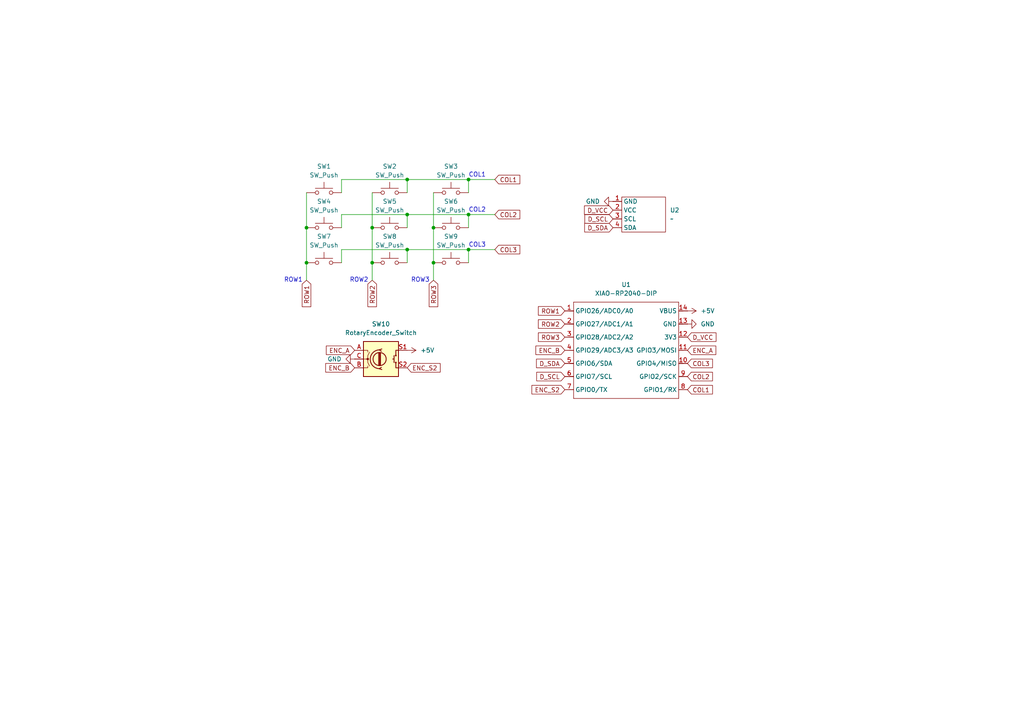
<source format=kicad_sch>
(kicad_sch
	(version 20250114)
	(generator "eeschema")
	(generator_version "9.0")
	(uuid "bfebbe60-53c0-4145-9afd-0869cfe6de90")
	(paper "A4")
	(lib_symbols
		(symbol "Device:RotaryEncoder_Switch"
			(pin_names
				(offset 0.254)
				(hide yes)
			)
			(exclude_from_sim no)
			(in_bom yes)
			(on_board yes)
			(property "Reference" "SW"
				(at 0 6.604 0)
				(effects
					(font
						(size 1.27 1.27)
					)
				)
			)
			(property "Value" "RotaryEncoder_Switch"
				(at 0 -6.604 0)
				(effects
					(font
						(size 1.27 1.27)
					)
				)
			)
			(property "Footprint" ""
				(at -3.81 4.064 0)
				(effects
					(font
						(size 1.27 1.27)
					)
					(hide yes)
				)
			)
			(property "Datasheet" "~"
				(at 0 6.604 0)
				(effects
					(font
						(size 1.27 1.27)
					)
					(hide yes)
				)
			)
			(property "Description" "Rotary encoder, dual channel, incremental quadrate outputs, with switch"
				(at 0 0 0)
				(effects
					(font
						(size 1.27 1.27)
					)
					(hide yes)
				)
			)
			(property "ki_keywords" "rotary switch encoder switch push button"
				(at 0 0 0)
				(effects
					(font
						(size 1.27 1.27)
					)
					(hide yes)
				)
			)
			(property "ki_fp_filters" "RotaryEncoder*Switch*"
				(at 0 0 0)
				(effects
					(font
						(size 1.27 1.27)
					)
					(hide yes)
				)
			)
			(symbol "RotaryEncoder_Switch_0_1"
				(rectangle
					(start -5.08 5.08)
					(end 5.08 -5.08)
					(stroke
						(width 0.254)
						(type default)
					)
					(fill
						(type background)
					)
				)
				(polyline
					(pts
						(xy -5.08 2.54) (xy -3.81 2.54) (xy -3.81 2.032)
					)
					(stroke
						(width 0)
						(type default)
					)
					(fill
						(type none)
					)
				)
				(polyline
					(pts
						(xy -5.08 0) (xy -3.81 0) (xy -3.81 -1.016) (xy -3.302 -2.032)
					)
					(stroke
						(width 0)
						(type default)
					)
					(fill
						(type none)
					)
				)
				(polyline
					(pts
						(xy -5.08 -2.54) (xy -3.81 -2.54) (xy -3.81 -2.032)
					)
					(stroke
						(width 0)
						(type default)
					)
					(fill
						(type none)
					)
				)
				(polyline
					(pts
						(xy -4.318 0) (xy -3.81 0) (xy -3.81 1.016) (xy -3.302 2.032)
					)
					(stroke
						(width 0)
						(type default)
					)
					(fill
						(type none)
					)
				)
				(circle
					(center -3.81 0)
					(radius 0.254)
					(stroke
						(width 0)
						(type default)
					)
					(fill
						(type outline)
					)
				)
				(polyline
					(pts
						(xy -0.635 -1.778) (xy -0.635 1.778)
					)
					(stroke
						(width 0.254)
						(type default)
					)
					(fill
						(type none)
					)
				)
				(circle
					(center -0.381 0)
					(radius 1.905)
					(stroke
						(width 0.254)
						(type default)
					)
					(fill
						(type none)
					)
				)
				(polyline
					(pts
						(xy -0.381 -1.778) (xy -0.381 1.778)
					)
					(stroke
						(width 0.254)
						(type default)
					)
					(fill
						(type none)
					)
				)
				(arc
					(start -0.381 -2.794)
					(mid -3.0988 -0.0635)
					(end -0.381 2.667)
					(stroke
						(width 0.254)
						(type default)
					)
					(fill
						(type none)
					)
				)
				(polyline
					(pts
						(xy -0.127 1.778) (xy -0.127 -1.778)
					)
					(stroke
						(width 0.254)
						(type default)
					)
					(fill
						(type none)
					)
				)
				(polyline
					(pts
						(xy 0.254 2.921) (xy -0.508 2.667) (xy 0.127 2.286)
					)
					(stroke
						(width 0.254)
						(type default)
					)
					(fill
						(type none)
					)
				)
				(polyline
					(pts
						(xy 0.254 -3.048) (xy -0.508 -2.794) (xy 0.127 -2.413)
					)
					(stroke
						(width 0.254)
						(type default)
					)
					(fill
						(type none)
					)
				)
				(polyline
					(pts
						(xy 3.81 1.016) (xy 3.81 -1.016)
					)
					(stroke
						(width 0.254)
						(type default)
					)
					(fill
						(type none)
					)
				)
				(polyline
					(pts
						(xy 3.81 0) (xy 3.429 0)
					)
					(stroke
						(width 0.254)
						(type default)
					)
					(fill
						(type none)
					)
				)
				(circle
					(center 4.318 1.016)
					(radius 0.127)
					(stroke
						(width 0.254)
						(type default)
					)
					(fill
						(type none)
					)
				)
				(circle
					(center 4.318 -1.016)
					(radius 0.127)
					(stroke
						(width 0.254)
						(type default)
					)
					(fill
						(type none)
					)
				)
				(polyline
					(pts
						(xy 5.08 2.54) (xy 4.318 2.54) (xy 4.318 1.016)
					)
					(stroke
						(width 0.254)
						(type default)
					)
					(fill
						(type none)
					)
				)
				(polyline
					(pts
						(xy 5.08 -2.54) (xy 4.318 -2.54) (xy 4.318 -1.016)
					)
					(stroke
						(width 0.254)
						(type default)
					)
					(fill
						(type none)
					)
				)
			)
			(symbol "RotaryEncoder_Switch_1_1"
				(pin passive line
					(at -7.62 2.54 0)
					(length 2.54)
					(name "A"
						(effects
							(font
								(size 1.27 1.27)
							)
						)
					)
					(number "A"
						(effects
							(font
								(size 1.27 1.27)
							)
						)
					)
				)
				(pin passive line
					(at -7.62 0 0)
					(length 2.54)
					(name "C"
						(effects
							(font
								(size 1.27 1.27)
							)
						)
					)
					(number "C"
						(effects
							(font
								(size 1.27 1.27)
							)
						)
					)
				)
				(pin passive line
					(at -7.62 -2.54 0)
					(length 2.54)
					(name "B"
						(effects
							(font
								(size 1.27 1.27)
							)
						)
					)
					(number "B"
						(effects
							(font
								(size 1.27 1.27)
							)
						)
					)
				)
				(pin passive line
					(at 7.62 2.54 180)
					(length 2.54)
					(name "S1"
						(effects
							(font
								(size 1.27 1.27)
							)
						)
					)
					(number "S1"
						(effects
							(font
								(size 1.27 1.27)
							)
						)
					)
				)
				(pin passive line
					(at 7.62 -2.54 180)
					(length 2.54)
					(name "S2"
						(effects
							(font
								(size 1.27 1.27)
							)
						)
					)
					(number "S2"
						(effects
							(font
								(size 1.27 1.27)
							)
						)
					)
				)
			)
			(embedded_fonts no)
		)
		(symbol "OPL:XIAO-RP2040-DIP"
			(exclude_from_sim no)
			(in_bom yes)
			(on_board yes)
			(property "Reference" "U"
				(at 0 0 0)
				(effects
					(font
						(size 1.27 1.27)
					)
				)
			)
			(property "Value" "XIAO-RP2040-DIP"
				(at 5.334 -1.778 0)
				(effects
					(font
						(size 1.27 1.27)
					)
				)
			)
			(property "Footprint" "Module:MOUDLE14P-XIAO-DIP-SMD"
				(at 14.478 -32.258 0)
				(effects
					(font
						(size 1.27 1.27)
					)
					(hide yes)
				)
			)
			(property "Datasheet" ""
				(at 0 0 0)
				(effects
					(font
						(size 1.27 1.27)
					)
					(hide yes)
				)
			)
			(property "Description" ""
				(at 0 0 0)
				(effects
					(font
						(size 1.27 1.27)
					)
					(hide yes)
				)
			)
			(symbol "XIAO-RP2040-DIP_1_0"
				(polyline
					(pts
						(xy -1.27 -2.54) (xy 29.21 -2.54)
					)
					(stroke
						(width 0.1524)
						(type solid)
					)
					(fill
						(type none)
					)
				)
				(polyline
					(pts
						(xy -1.27 -5.08) (xy -2.54 -5.08)
					)
					(stroke
						(width 0.1524)
						(type solid)
					)
					(fill
						(type none)
					)
				)
				(polyline
					(pts
						(xy -1.27 -5.08) (xy -1.27 -2.54)
					)
					(stroke
						(width 0.1524)
						(type solid)
					)
					(fill
						(type none)
					)
				)
				(polyline
					(pts
						(xy -1.27 -8.89) (xy -2.54 -8.89)
					)
					(stroke
						(width 0.1524)
						(type solid)
					)
					(fill
						(type none)
					)
				)
				(polyline
					(pts
						(xy -1.27 -8.89) (xy -1.27 -5.08)
					)
					(stroke
						(width 0.1524)
						(type solid)
					)
					(fill
						(type none)
					)
				)
				(polyline
					(pts
						(xy -1.27 -12.7) (xy -2.54 -12.7)
					)
					(stroke
						(width 0.1524)
						(type solid)
					)
					(fill
						(type none)
					)
				)
				(polyline
					(pts
						(xy -1.27 -12.7) (xy -1.27 -8.89)
					)
					(stroke
						(width 0.1524)
						(type solid)
					)
					(fill
						(type none)
					)
				)
				(polyline
					(pts
						(xy -1.27 -16.51) (xy -2.54 -16.51)
					)
					(stroke
						(width 0.1524)
						(type solid)
					)
					(fill
						(type none)
					)
				)
				(polyline
					(pts
						(xy -1.27 -16.51) (xy -1.27 -12.7)
					)
					(stroke
						(width 0.1524)
						(type solid)
					)
					(fill
						(type none)
					)
				)
				(polyline
					(pts
						(xy -1.27 -20.32) (xy -2.54 -20.32)
					)
					(stroke
						(width 0.1524)
						(type solid)
					)
					(fill
						(type none)
					)
				)
				(polyline
					(pts
						(xy -1.27 -24.13) (xy -2.54 -24.13)
					)
					(stroke
						(width 0.1524)
						(type solid)
					)
					(fill
						(type none)
					)
				)
				(polyline
					(pts
						(xy -1.27 -27.94) (xy -2.54 -27.94)
					)
					(stroke
						(width 0.1524)
						(type solid)
					)
					(fill
						(type none)
					)
				)
				(polyline
					(pts
						(xy -1.27 -30.48) (xy -1.27 -16.51)
					)
					(stroke
						(width 0.1524)
						(type solid)
					)
					(fill
						(type none)
					)
				)
				(polyline
					(pts
						(xy 29.21 -2.54) (xy 29.21 -5.08)
					)
					(stroke
						(width 0.1524)
						(type solid)
					)
					(fill
						(type none)
					)
				)
				(polyline
					(pts
						(xy 29.21 -5.08) (xy 29.21 -8.89)
					)
					(stroke
						(width 0.1524)
						(type solid)
					)
					(fill
						(type none)
					)
				)
				(polyline
					(pts
						(xy 29.21 -8.89) (xy 29.21 -12.7)
					)
					(stroke
						(width 0.1524)
						(type solid)
					)
					(fill
						(type none)
					)
				)
				(polyline
					(pts
						(xy 29.21 -12.7) (xy 29.21 -30.48)
					)
					(stroke
						(width 0.1524)
						(type solid)
					)
					(fill
						(type none)
					)
				)
				(polyline
					(pts
						(xy 29.21 -30.48) (xy -1.27 -30.48)
					)
					(stroke
						(width 0.1524)
						(type solid)
					)
					(fill
						(type none)
					)
				)
				(polyline
					(pts
						(xy 30.48 -5.08) (xy 29.21 -5.08)
					)
					(stroke
						(width 0.1524)
						(type solid)
					)
					(fill
						(type none)
					)
				)
				(polyline
					(pts
						(xy 30.48 -8.89) (xy 29.21 -8.89)
					)
					(stroke
						(width 0.1524)
						(type solid)
					)
					(fill
						(type none)
					)
				)
				(polyline
					(pts
						(xy 30.48 -12.7) (xy 29.21 -12.7)
					)
					(stroke
						(width 0.1524)
						(type solid)
					)
					(fill
						(type none)
					)
				)
				(polyline
					(pts
						(xy 30.48 -16.51) (xy 29.21 -16.51)
					)
					(stroke
						(width 0.1524)
						(type solid)
					)
					(fill
						(type none)
					)
				)
				(polyline
					(pts
						(xy 30.48 -20.32) (xy 29.21 -20.32)
					)
					(stroke
						(width 0.1524)
						(type solid)
					)
					(fill
						(type none)
					)
				)
				(polyline
					(pts
						(xy 30.48 -24.13) (xy 29.21 -24.13)
					)
					(stroke
						(width 0.1524)
						(type solid)
					)
					(fill
						(type none)
					)
				)
				(polyline
					(pts
						(xy 30.48 -27.94) (xy 29.21 -27.94)
					)
					(stroke
						(width 0.1524)
						(type solid)
					)
					(fill
						(type none)
					)
				)
				(pin passive line
					(at -3.81 -5.08 0)
					(length 2.54)
					(name "GPIO26/ADC0/A0"
						(effects
							(font
								(size 1.27 1.27)
							)
						)
					)
					(number "1"
						(effects
							(font
								(size 1.27 1.27)
							)
						)
					)
				)
				(pin passive line
					(at -3.81 -8.89 0)
					(length 2.54)
					(name "GPIO27/ADC1/A1"
						(effects
							(font
								(size 1.27 1.27)
							)
						)
					)
					(number "2"
						(effects
							(font
								(size 1.27 1.27)
							)
						)
					)
				)
				(pin passive line
					(at -3.81 -12.7 0)
					(length 2.54)
					(name "GPIO28/ADC2/A2"
						(effects
							(font
								(size 1.27 1.27)
							)
						)
					)
					(number "3"
						(effects
							(font
								(size 1.27 1.27)
							)
						)
					)
				)
				(pin passive line
					(at -3.81 -16.51 0)
					(length 2.54)
					(name "GPIO29/ADC3/A3"
						(effects
							(font
								(size 1.27 1.27)
							)
						)
					)
					(number "4"
						(effects
							(font
								(size 1.27 1.27)
							)
						)
					)
				)
				(pin passive line
					(at -3.81 -20.32 0)
					(length 2.54)
					(name "GPIO6/SDA"
						(effects
							(font
								(size 1.27 1.27)
							)
						)
					)
					(number "5"
						(effects
							(font
								(size 1.27 1.27)
							)
						)
					)
				)
				(pin passive line
					(at -3.81 -24.13 0)
					(length 2.54)
					(name "GPIO7/SCL"
						(effects
							(font
								(size 1.27 1.27)
							)
						)
					)
					(number "6"
						(effects
							(font
								(size 1.27 1.27)
							)
						)
					)
				)
				(pin passive line
					(at -3.81 -27.94 0)
					(length 2.54)
					(name "GPIO0/TX"
						(effects
							(font
								(size 1.27 1.27)
							)
						)
					)
					(number "7"
						(effects
							(font
								(size 1.27 1.27)
							)
						)
					)
				)
				(pin passive line
					(at 31.75 -5.08 180)
					(length 2.54)
					(name "VBUS"
						(effects
							(font
								(size 1.27 1.27)
							)
						)
					)
					(number "14"
						(effects
							(font
								(size 1.27 1.27)
							)
						)
					)
				)
				(pin passive line
					(at 31.75 -8.89 180)
					(length 2.54)
					(name "GND"
						(effects
							(font
								(size 1.27 1.27)
							)
						)
					)
					(number "13"
						(effects
							(font
								(size 1.27 1.27)
							)
						)
					)
				)
				(pin passive line
					(at 31.75 -12.7 180)
					(length 2.54)
					(name "3V3"
						(effects
							(font
								(size 1.27 1.27)
							)
						)
					)
					(number "12"
						(effects
							(font
								(size 1.27 1.27)
							)
						)
					)
				)
				(pin passive line
					(at 31.75 -16.51 180)
					(length 2.54)
					(name "GPIO3/MOSI"
						(effects
							(font
								(size 1.27 1.27)
							)
						)
					)
					(number "11"
						(effects
							(font
								(size 1.27 1.27)
							)
						)
					)
				)
				(pin passive line
					(at 31.75 -20.32 180)
					(length 2.54)
					(name "GPIO4/MISO"
						(effects
							(font
								(size 1.27 1.27)
							)
						)
					)
					(number "10"
						(effects
							(font
								(size 1.27 1.27)
							)
						)
					)
				)
				(pin passive line
					(at 31.75 -24.13 180)
					(length 2.54)
					(name "GPIO2/SCK"
						(effects
							(font
								(size 1.27 1.27)
							)
						)
					)
					(number "9"
						(effects
							(font
								(size 1.27 1.27)
							)
						)
					)
				)
				(pin passive line
					(at 31.75 -27.94 180)
					(length 2.54)
					(name "GPIO1/RX"
						(effects
							(font
								(size 1.27 1.27)
							)
						)
					)
					(number "8"
						(effects
							(font
								(size 1.27 1.27)
							)
						)
					)
				)
			)
			(embedded_fonts no)
		)
		(symbol "SSD Module:SSD1306_Modul"
			(exclude_from_sim no)
			(in_bom yes)
			(on_board yes)
			(property "Reference" "U"
				(at -0.508 -1.016 0)
				(effects
					(font
						(size 1.27 1.27)
					)
				)
			)
			(property "Value" ""
				(at 0 0 0)
				(effects
					(font
						(size 1.27 1.27)
					)
				)
			)
			(property "Footprint" ""
				(at 0 0 0)
				(effects
					(font
						(size 1.27 1.27)
					)
					(hide yes)
				)
			)
			(property "Datasheet" ""
				(at 0 0 0)
				(effects
					(font
						(size 1.27 1.27)
					)
					(hide yes)
				)
			)
			(property "Description" ""
				(at 0 0 0)
				(effects
					(font
						(size 1.27 1.27)
					)
					(hide yes)
				)
			)
			(symbol "SSD1306_Modul_0_1"
				(rectangle
					(start -5.08 -2.54)
					(end 7.62 -12.7)
					(stroke
						(width 0)
						(type default)
					)
					(fill
						(type none)
					)
				)
			)
			(symbol "SSD1306_Modul_1_1"
				(pin input line
					(at -7.62 -3.81 0)
					(length 2.54)
					(name "GND"
						(effects
							(font
								(size 1.27 1.27)
							)
						)
					)
					(number "1"
						(effects
							(font
								(size 1.27 1.27)
							)
						)
					)
				)
				(pin input line
					(at -7.62 -6.35 0)
					(length 2.54)
					(name "VCC"
						(effects
							(font
								(size 1.27 1.27)
							)
						)
					)
					(number "2"
						(effects
							(font
								(size 1.27 1.27)
							)
						)
					)
				)
				(pin input line
					(at -7.62 -8.89 0)
					(length 2.54)
					(name "SCL"
						(effects
							(font
								(size 1.27 1.27)
							)
						)
					)
					(number "3"
						(effects
							(font
								(size 1.27 1.27)
							)
						)
					)
				)
				(pin input line
					(at -7.62 -11.43 0)
					(length 2.54)
					(name "SDA"
						(effects
							(font
								(size 1.27 1.27)
							)
						)
					)
					(number "4"
						(effects
							(font
								(size 1.27 1.27)
							)
						)
					)
				)
			)
			(embedded_fonts no)
		)
		(symbol "Switch:SW_Push"
			(pin_numbers
				(hide yes)
			)
			(pin_names
				(offset 1.016)
				(hide yes)
			)
			(exclude_from_sim no)
			(in_bom yes)
			(on_board yes)
			(property "Reference" "SW"
				(at 1.27 2.54 0)
				(effects
					(font
						(size 1.27 1.27)
					)
					(justify left)
				)
			)
			(property "Value" "SW_Push"
				(at 0 -1.524 0)
				(effects
					(font
						(size 1.27 1.27)
					)
				)
			)
			(property "Footprint" ""
				(at 0 5.08 0)
				(effects
					(font
						(size 1.27 1.27)
					)
					(hide yes)
				)
			)
			(property "Datasheet" "~"
				(at 0 5.08 0)
				(effects
					(font
						(size 1.27 1.27)
					)
					(hide yes)
				)
			)
			(property "Description" "Push button switch, generic, two pins"
				(at 0 0 0)
				(effects
					(font
						(size 1.27 1.27)
					)
					(hide yes)
				)
			)
			(property "ki_keywords" "switch normally-open pushbutton push-button"
				(at 0 0 0)
				(effects
					(font
						(size 1.27 1.27)
					)
					(hide yes)
				)
			)
			(symbol "SW_Push_0_1"
				(circle
					(center -2.032 0)
					(radius 0.508)
					(stroke
						(width 0)
						(type default)
					)
					(fill
						(type none)
					)
				)
				(polyline
					(pts
						(xy 0 1.27) (xy 0 3.048)
					)
					(stroke
						(width 0)
						(type default)
					)
					(fill
						(type none)
					)
				)
				(circle
					(center 2.032 0)
					(radius 0.508)
					(stroke
						(width 0)
						(type default)
					)
					(fill
						(type none)
					)
				)
				(polyline
					(pts
						(xy 2.54 1.27) (xy -2.54 1.27)
					)
					(stroke
						(width 0)
						(type default)
					)
					(fill
						(type none)
					)
				)
				(pin passive line
					(at -5.08 0 0)
					(length 2.54)
					(name "1"
						(effects
							(font
								(size 1.27 1.27)
							)
						)
					)
					(number "1"
						(effects
							(font
								(size 1.27 1.27)
							)
						)
					)
				)
				(pin passive line
					(at 5.08 0 180)
					(length 2.54)
					(name "2"
						(effects
							(font
								(size 1.27 1.27)
							)
						)
					)
					(number "2"
						(effects
							(font
								(size 1.27 1.27)
							)
						)
					)
				)
			)
			(embedded_fonts no)
		)
		(symbol "power:+5V"
			(power)
			(pin_numbers
				(hide yes)
			)
			(pin_names
				(offset 0)
				(hide yes)
			)
			(exclude_from_sim no)
			(in_bom yes)
			(on_board yes)
			(property "Reference" "#PWR"
				(at 0 -3.81 0)
				(effects
					(font
						(size 1.27 1.27)
					)
					(hide yes)
				)
			)
			(property "Value" "+5V"
				(at 0 3.556 0)
				(effects
					(font
						(size 1.27 1.27)
					)
				)
			)
			(property "Footprint" ""
				(at 0 0 0)
				(effects
					(font
						(size 1.27 1.27)
					)
					(hide yes)
				)
			)
			(property "Datasheet" ""
				(at 0 0 0)
				(effects
					(font
						(size 1.27 1.27)
					)
					(hide yes)
				)
			)
			(property "Description" "Power symbol creates a global label with name \"+5V\""
				(at 0 0 0)
				(effects
					(font
						(size 1.27 1.27)
					)
					(hide yes)
				)
			)
			(property "ki_keywords" "global power"
				(at 0 0 0)
				(effects
					(font
						(size 1.27 1.27)
					)
					(hide yes)
				)
			)
			(symbol "+5V_0_1"
				(polyline
					(pts
						(xy -0.762 1.27) (xy 0 2.54)
					)
					(stroke
						(width 0)
						(type default)
					)
					(fill
						(type none)
					)
				)
				(polyline
					(pts
						(xy 0 2.54) (xy 0.762 1.27)
					)
					(stroke
						(width 0)
						(type default)
					)
					(fill
						(type none)
					)
				)
				(polyline
					(pts
						(xy 0 0) (xy 0 2.54)
					)
					(stroke
						(width 0)
						(type default)
					)
					(fill
						(type none)
					)
				)
			)
			(symbol "+5V_1_1"
				(pin power_in line
					(at 0 0 90)
					(length 0)
					(name "~"
						(effects
							(font
								(size 1.27 1.27)
							)
						)
					)
					(number "1"
						(effects
							(font
								(size 1.27 1.27)
							)
						)
					)
				)
			)
			(embedded_fonts no)
		)
		(symbol "power:GND"
			(power)
			(pin_numbers
				(hide yes)
			)
			(pin_names
				(offset 0)
				(hide yes)
			)
			(exclude_from_sim no)
			(in_bom yes)
			(on_board yes)
			(property "Reference" "#PWR"
				(at 0 -6.35 0)
				(effects
					(font
						(size 1.27 1.27)
					)
					(hide yes)
				)
			)
			(property "Value" "GND"
				(at 0 -3.81 0)
				(effects
					(font
						(size 1.27 1.27)
					)
				)
			)
			(property "Footprint" ""
				(at 0 0 0)
				(effects
					(font
						(size 1.27 1.27)
					)
					(hide yes)
				)
			)
			(property "Datasheet" ""
				(at 0 0 0)
				(effects
					(font
						(size 1.27 1.27)
					)
					(hide yes)
				)
			)
			(property "Description" "Power symbol creates a global label with name \"GND\" , ground"
				(at 0 0 0)
				(effects
					(font
						(size 1.27 1.27)
					)
					(hide yes)
				)
			)
			(property "ki_keywords" "global power"
				(at 0 0 0)
				(effects
					(font
						(size 1.27 1.27)
					)
					(hide yes)
				)
			)
			(symbol "GND_0_1"
				(polyline
					(pts
						(xy 0 0) (xy 0 -1.27) (xy 1.27 -1.27) (xy 0 -2.54) (xy -1.27 -1.27) (xy 0 -1.27)
					)
					(stroke
						(width 0)
						(type default)
					)
					(fill
						(type none)
					)
				)
			)
			(symbol "GND_1_1"
				(pin power_in line
					(at 0 0 270)
					(length 0)
					(name "~"
						(effects
							(font
								(size 1.27 1.27)
							)
						)
					)
					(number "1"
						(effects
							(font
								(size 1.27 1.27)
							)
						)
					)
				)
			)
			(embedded_fonts no)
		)
	)
	(text "COL1"
		(exclude_from_sim no)
		(at 138.43 50.8 0)
		(effects
			(font
				(size 1.27 1.27)
			)
		)
		(uuid "05692aaa-88ec-4c9f-97f8-060456d4f020")
	)
	(text "ROW3"
		(exclude_from_sim no)
		(at 121.92 81.28 0)
		(effects
			(font
				(size 1.27 1.27)
			)
		)
		(uuid "5573ed44-375f-4292-a018-3d6e3b73fa9d")
	)
	(text "ROW2"
		(exclude_from_sim no)
		(at 104.14 81.28 0)
		(effects
			(font
				(size 1.27 1.27)
			)
		)
		(uuid "79593034-1d73-447f-841c-0838121ab386")
	)
	(text "COL2"
		(exclude_from_sim no)
		(at 138.43 60.96 0)
		(effects
			(font
				(size 1.27 1.27)
			)
		)
		(uuid "94f01e84-1dbf-4eed-8c85-0073266346f2")
	)
	(text "ROW1"
		(exclude_from_sim no)
		(at 85.09 81.28 0)
		(effects
			(font
				(size 1.27 1.27)
			)
		)
		(uuid "a2781568-57ff-4ecb-855b-fcf1c71e8364")
	)
	(text "COL3"
		(exclude_from_sim no)
		(at 138.43 71.12 0)
		(effects
			(font
				(size 1.27 1.27)
			)
		)
		(uuid "b467164d-8388-4a56-ba1f-6a5bf5800e84")
	)
	(junction
		(at 135.89 62.23)
		(diameter 0)
		(color 0 0 0 0)
		(uuid "030b91f6-18a0-4572-83d0-2f00cbb87e7d")
	)
	(junction
		(at 88.9 66.04)
		(diameter 0)
		(color 0 0 0 0)
		(uuid "1bef699d-9717-45c7-ba9b-72452f43dbb0")
	)
	(junction
		(at 118.11 62.23)
		(diameter 0)
		(color 0 0 0 0)
		(uuid "35dbc545-64f5-44df-9b86-2a48267af6e1")
	)
	(junction
		(at 118.11 72.39)
		(diameter 0)
		(color 0 0 0 0)
		(uuid "5dfcca4a-12b8-420a-838c-b1624f4f7151")
	)
	(junction
		(at 125.73 76.2)
		(diameter 0)
		(color 0 0 0 0)
		(uuid "64edf449-c422-4a39-a934-b77840059e5f")
	)
	(junction
		(at 88.9 76.2)
		(diameter 0)
		(color 0 0 0 0)
		(uuid "93a3cc08-274c-406c-b973-1256db54ed3d")
	)
	(junction
		(at 107.95 76.2)
		(diameter 0)
		(color 0 0 0 0)
		(uuid "a91003e6-3bee-4659-8adf-942fe3926ca5")
	)
	(junction
		(at 135.89 72.39)
		(diameter 0)
		(color 0 0 0 0)
		(uuid "b50ec000-94a7-4008-a159-13b6b0f05df6")
	)
	(junction
		(at 118.11 52.07)
		(diameter 0)
		(color 0 0 0 0)
		(uuid "c4d6018c-1600-4dbc-bb89-aae27b9b967e")
	)
	(junction
		(at 107.95 66.04)
		(diameter 0)
		(color 0 0 0 0)
		(uuid "cccaf923-75d9-401a-9254-27f7ca28405c")
	)
	(junction
		(at 135.89 52.07)
		(diameter 0)
		(color 0 0 0 0)
		(uuid "d6267c31-05d6-4f8e-8d3a-13ba9d946c36")
	)
	(junction
		(at 125.73 66.04)
		(diameter 0)
		(color 0 0 0 0)
		(uuid "f7a5f82d-25da-4358-a232-9878536e910f")
	)
	(wire
		(pts
			(xy 107.95 55.88) (xy 107.95 66.04)
		)
		(stroke
			(width 0)
			(type default)
		)
		(uuid "034b5f23-9291-4838-8b95-c502231a8e6a")
	)
	(wire
		(pts
			(xy 107.95 76.2) (xy 107.95 81.28)
		)
		(stroke
			(width 0)
			(type default)
		)
		(uuid "0e910fbf-94c8-4a71-acac-63352a8e83df")
	)
	(wire
		(pts
			(xy 99.06 62.23) (xy 99.06 66.04)
		)
		(stroke
			(width 0)
			(type default)
		)
		(uuid "12fab255-d1e7-4522-9634-7e04590dcbf3")
	)
	(wire
		(pts
			(xy 88.9 76.2) (xy 88.9 81.28)
		)
		(stroke
			(width 0)
			(type default)
		)
		(uuid "1838d8c4-8726-4333-a26b-de31b69fca90")
	)
	(wire
		(pts
			(xy 99.06 72.39) (xy 118.11 72.39)
		)
		(stroke
			(width 0)
			(type default)
		)
		(uuid "21d1db32-2d14-4264-b5da-62a12418573a")
	)
	(wire
		(pts
			(xy 135.89 62.23) (xy 135.89 66.04)
		)
		(stroke
			(width 0)
			(type default)
		)
		(uuid "2ac53bde-868c-40af-82eb-db9e2454d5b7")
	)
	(wire
		(pts
			(xy 118.11 62.23) (xy 135.89 62.23)
		)
		(stroke
			(width 0)
			(type default)
		)
		(uuid "2f5d8c0a-61e0-4709-af69-39595c1616c0")
	)
	(wire
		(pts
			(xy 118.11 72.39) (xy 118.11 76.2)
		)
		(stroke
			(width 0)
			(type default)
		)
		(uuid "3407079b-157c-442a-a568-74426b481bba")
	)
	(wire
		(pts
			(xy 118.11 72.39) (xy 135.89 72.39)
		)
		(stroke
			(width 0)
			(type default)
		)
		(uuid "35198af7-cb68-4143-bac9-19aca6e7242f")
	)
	(wire
		(pts
			(xy 99.06 62.23) (xy 118.11 62.23)
		)
		(stroke
			(width 0)
			(type default)
		)
		(uuid "3522fd6a-f59e-4790-b4a6-4436d55fe8bb")
	)
	(wire
		(pts
			(xy 118.11 52.07) (xy 118.11 55.88)
		)
		(stroke
			(width 0)
			(type default)
		)
		(uuid "3a0ab169-9b07-484f-b0a9-4b53dab3ffcf")
	)
	(wire
		(pts
			(xy 88.9 66.04) (xy 88.9 76.2)
		)
		(stroke
			(width 0)
			(type default)
		)
		(uuid "4058823f-b8f6-43b5-bb45-6a1cb6a0cb92")
	)
	(wire
		(pts
			(xy 99.06 72.39) (xy 99.06 76.2)
		)
		(stroke
			(width 0)
			(type default)
		)
		(uuid "56aa718d-d82f-4b16-9810-e826e5e6d92b")
	)
	(wire
		(pts
			(xy 135.89 72.39) (xy 143.51 72.39)
		)
		(stroke
			(width 0)
			(type default)
		)
		(uuid "59ab0c53-904f-4138-aede-c78ff1b75320")
	)
	(wire
		(pts
			(xy 125.73 55.88) (xy 125.73 66.04)
		)
		(stroke
			(width 0)
			(type default)
		)
		(uuid "5cf04f7a-b253-4c9f-8237-86153964111b")
	)
	(wire
		(pts
			(xy 118.11 62.23) (xy 118.11 66.04)
		)
		(stroke
			(width 0)
			(type default)
		)
		(uuid "6eaa9419-83d9-4759-914b-0d1c6a12910b")
	)
	(wire
		(pts
			(xy 88.9 55.88) (xy 88.9 66.04)
		)
		(stroke
			(width 0)
			(type default)
		)
		(uuid "730fa875-d0ca-41ff-8d6a-8400b2004d5c")
	)
	(wire
		(pts
			(xy 118.11 52.07) (xy 135.89 52.07)
		)
		(stroke
			(width 0)
			(type default)
		)
		(uuid "847f32c2-d9d2-44ef-a66e-b4a9fa82167e")
	)
	(wire
		(pts
			(xy 107.95 66.04) (xy 107.95 76.2)
		)
		(stroke
			(width 0)
			(type default)
		)
		(uuid "9649e803-8d01-4e41-a971-bb043449c54f")
	)
	(wire
		(pts
			(xy 135.89 72.39) (xy 135.89 76.2)
		)
		(stroke
			(width 0)
			(type default)
		)
		(uuid "a6159b39-9503-4aa1-80a2-9af0b2ddef17")
	)
	(wire
		(pts
			(xy 135.89 52.07) (xy 135.89 55.88)
		)
		(stroke
			(width 0)
			(type default)
		)
		(uuid "a8c528e2-1fd5-46ad-b2e1-6f1db0692406")
	)
	(wire
		(pts
			(xy 125.73 66.04) (xy 125.73 76.2)
		)
		(stroke
			(width 0)
			(type default)
		)
		(uuid "ac7dea19-f38c-477a-bf3b-f47f457066a0")
	)
	(wire
		(pts
			(xy 99.06 52.07) (xy 99.06 55.88)
		)
		(stroke
			(width 0)
			(type default)
		)
		(uuid "ae5a12c4-5507-4f6a-a1e1-c64a75c0cbc8")
	)
	(wire
		(pts
			(xy 135.89 52.07) (xy 143.51 52.07)
		)
		(stroke
			(width 0)
			(type default)
		)
		(uuid "c0380394-f46d-4ad3-a973-ad01e1f19bf9")
	)
	(wire
		(pts
			(xy 125.73 76.2) (xy 125.73 81.28)
		)
		(stroke
			(width 0)
			(type default)
		)
		(uuid "cfa88b4c-a300-48c1-963a-5e865df15464")
	)
	(wire
		(pts
			(xy 135.89 62.23) (xy 143.51 62.23)
		)
		(stroke
			(width 0)
			(type default)
		)
		(uuid "d8cb53a5-802d-417f-a266-d5c83dffbd26")
	)
	(wire
		(pts
			(xy 99.06 52.07) (xy 118.11 52.07)
		)
		(stroke
			(width 0)
			(type default)
		)
		(uuid "ef42145a-62be-472d-b2e1-d0cc3b431024")
	)
	(global_label "D_SCL"
		(shape input)
		(at 177.8 63.5 180)
		(fields_autoplaced yes)
		(effects
			(font
				(size 1.27 1.27)
			)
			(justify right)
		)
		(uuid "06ebc23a-0d18-48bd-8162-411d6b946128")
		(property "Intersheetrefs" "${INTERSHEET_REFS}"
			(at 169.0696 63.5 0)
			(effects
				(font
					(size 1.27 1.27)
				)
				(justify right)
				(hide yes)
			)
		)
	)
	(global_label "COL3"
		(shape input)
		(at 143.51 72.39 0)
		(fields_autoplaced yes)
		(effects
			(font
				(size 1.27 1.27)
			)
			(justify left)
		)
		(uuid "08e9c297-f962-4629-9f8c-31077a49d579")
		(property "Intersheetrefs" "${INTERSHEET_REFS}"
			(at 151.3333 72.39 0)
			(effects
				(font
					(size 1.27 1.27)
				)
				(justify left)
				(hide yes)
			)
		)
	)
	(global_label "D_SCL"
		(shape input)
		(at 163.83 109.22 180)
		(fields_autoplaced yes)
		(effects
			(font
				(size 1.27 1.27)
			)
			(justify right)
		)
		(uuid "255a3a98-df40-4bd0-a00a-7505c48a2721")
		(property "Intersheetrefs" "${INTERSHEET_REFS}"
			(at 155.0996 109.22 0)
			(effects
				(font
					(size 1.27 1.27)
				)
				(justify right)
				(hide yes)
			)
		)
	)
	(global_label "ENC_B"
		(shape input)
		(at 102.87 106.68 180)
		(fields_autoplaced yes)
		(effects
			(font
				(size 1.27 1.27)
			)
			(justify right)
		)
		(uuid "25f9940c-2a3a-451e-b595-4d65c59b6320")
		(property "Intersheetrefs" "${INTERSHEET_REFS}"
			(at 93.8977 106.68 0)
			(effects
				(font
					(size 1.27 1.27)
				)
				(justify right)
				(hide yes)
			)
		)
	)
	(global_label "D_SDA"
		(shape input)
		(at 163.83 105.41 180)
		(fields_autoplaced yes)
		(effects
			(font
				(size 1.27 1.27)
			)
			(justify right)
		)
		(uuid "29d610c6-5ef3-437a-b48e-fd32f951a740")
		(property "Intersheetrefs" "${INTERSHEET_REFS}"
			(at 155.0391 105.41 0)
			(effects
				(font
					(size 1.27 1.27)
				)
				(justify right)
				(hide yes)
			)
		)
	)
	(global_label "ENC_A"
		(shape input)
		(at 199.39 101.6 0)
		(fields_autoplaced yes)
		(effects
			(font
				(size 1.27 1.27)
			)
			(justify left)
		)
		(uuid "321c092d-71fd-47cf-b033-086e10337b11")
		(property "Intersheetrefs" "${INTERSHEET_REFS}"
			(at 208.1809 101.6 0)
			(effects
				(font
					(size 1.27 1.27)
				)
				(justify left)
				(hide yes)
			)
		)
	)
	(global_label "COL2"
		(shape input)
		(at 143.51 62.23 0)
		(fields_autoplaced yes)
		(effects
			(font
				(size 1.27 1.27)
			)
			(justify left)
		)
		(uuid "35d9c02f-1150-464a-80f6-c43944c0f344")
		(property "Intersheetrefs" "${INTERSHEET_REFS}"
			(at 151.3333 62.23 0)
			(effects
				(font
					(size 1.27 1.27)
				)
				(justify left)
				(hide yes)
			)
		)
	)
	(global_label "COL3"
		(shape input)
		(at 199.39 105.41 0)
		(fields_autoplaced yes)
		(effects
			(font
				(size 1.27 1.27)
			)
			(justify left)
		)
		(uuid "3bc1a957-b94b-427a-ba7c-ed924400e94e")
		(property "Intersheetrefs" "${INTERSHEET_REFS}"
			(at 207.2133 105.41 0)
			(effects
				(font
					(size 1.27 1.27)
				)
				(justify left)
				(hide yes)
			)
		)
	)
	(global_label "ENC_A"
		(shape input)
		(at 102.87 101.6 180)
		(fields_autoplaced yes)
		(effects
			(font
				(size 1.27 1.27)
			)
			(justify right)
		)
		(uuid "42ffd751-e5a5-4fc2-a3a9-8ace17be7407")
		(property "Intersheetrefs" "${INTERSHEET_REFS}"
			(at 94.0791 101.6 0)
			(effects
				(font
					(size 1.27 1.27)
				)
				(justify right)
				(hide yes)
			)
		)
	)
	(global_label "ROW1"
		(shape input)
		(at 163.83 90.17 180)
		(fields_autoplaced yes)
		(effects
			(font
				(size 1.27 1.27)
			)
			(justify right)
		)
		(uuid "5bed3a61-e590-4777-a6b8-233c0dcbc737")
		(property "Intersheetrefs" "${INTERSHEET_REFS}"
			(at 155.5834 90.17 0)
			(effects
				(font
					(size 1.27 1.27)
				)
				(justify right)
				(hide yes)
			)
		)
	)
	(global_label "ENC_S2"
		(shape input)
		(at 118.11 106.68 0)
		(fields_autoplaced yes)
		(effects
			(font
				(size 1.27 1.27)
			)
			(justify left)
		)
		(uuid "5d7daeb8-3c8c-43e4-adc0-590315521b6a")
		(property "Intersheetrefs" "${INTERSHEET_REFS}"
			(at 128.2313 106.68 0)
			(effects
				(font
					(size 1.27 1.27)
				)
				(justify left)
				(hide yes)
			)
		)
	)
	(global_label "D_VCC"
		(shape input)
		(at 177.8 60.96 180)
		(fields_autoplaced yes)
		(effects
			(font
				(size 1.27 1.27)
			)
			(justify right)
		)
		(uuid "5e8ce241-e4ae-4933-9d14-a83c23141e65")
		(property "Intersheetrefs" "${INTERSHEET_REFS}"
			(at 168.9486 60.96 0)
			(effects
				(font
					(size 1.27 1.27)
				)
				(justify right)
				(hide yes)
			)
		)
	)
	(global_label "ROW2"
		(shape input)
		(at 163.83 93.98 180)
		(fields_autoplaced yes)
		(effects
			(font
				(size 1.27 1.27)
			)
			(justify right)
		)
		(uuid "69c87fe1-cd86-44bd-bc26-3f69a0cfb497")
		(property "Intersheetrefs" "${INTERSHEET_REFS}"
			(at 155.5834 93.98 0)
			(effects
				(font
					(size 1.27 1.27)
				)
				(justify right)
				(hide yes)
			)
		)
	)
	(global_label "ENC_B"
		(shape input)
		(at 163.83 101.6 180)
		(fields_autoplaced yes)
		(effects
			(font
				(size 1.27 1.27)
			)
			(justify right)
		)
		(uuid "7b025998-622d-4609-9b7f-156943c18dd0")
		(property "Intersheetrefs" "${INTERSHEET_REFS}"
			(at 154.8577 101.6 0)
			(effects
				(font
					(size 1.27 1.27)
				)
				(justify right)
				(hide yes)
			)
		)
	)
	(global_label "ROW1"
		(shape input)
		(at 88.9 81.28 270)
		(fields_autoplaced yes)
		(effects
			(font
				(size 1.27 1.27)
			)
			(justify right)
		)
		(uuid "86b1f948-3074-444e-9c91-fc74107f9ae7")
		(property "Intersheetrefs" "${INTERSHEET_REFS}"
			(at 88.9 89.5266 90)
			(effects
				(font
					(size 1.27 1.27)
				)
				(justify right)
				(hide yes)
			)
		)
	)
	(global_label "ROW3"
		(shape input)
		(at 125.73 81.28 270)
		(fields_autoplaced yes)
		(effects
			(font
				(size 1.27 1.27)
			)
			(justify right)
		)
		(uuid "8f214663-c749-4663-8c43-c59d0d737f3c")
		(property "Intersheetrefs" "${INTERSHEET_REFS}"
			(at 125.73 89.5266 90)
			(effects
				(font
					(size 1.27 1.27)
				)
				(justify right)
				(hide yes)
			)
		)
	)
	(global_label "COL2"
		(shape input)
		(at 199.39 109.22 0)
		(fields_autoplaced yes)
		(effects
			(font
				(size 1.27 1.27)
			)
			(justify left)
		)
		(uuid "96396fee-d56e-4037-9043-d4b0012ff81f")
		(property "Intersheetrefs" "${INTERSHEET_REFS}"
			(at 207.2133 109.22 0)
			(effects
				(font
					(size 1.27 1.27)
				)
				(justify left)
				(hide yes)
			)
		)
	)
	(global_label "ENC_S2"
		(shape input)
		(at 163.83 113.03 180)
		(fields_autoplaced yes)
		(effects
			(font
				(size 1.27 1.27)
			)
			(justify right)
		)
		(uuid "9f3da4b5-767d-427a-aa9c-842028aa928b")
		(property "Intersheetrefs" "${INTERSHEET_REFS}"
			(at 153.7087 113.03 0)
			(effects
				(font
					(size 1.27 1.27)
				)
				(justify right)
				(hide yes)
			)
		)
	)
	(global_label "ROW2"
		(shape input)
		(at 107.95 81.28 270)
		(fields_autoplaced yes)
		(effects
			(font
				(size 1.27 1.27)
			)
			(justify right)
		)
		(uuid "b6d34e2e-111c-4d22-8520-efbda23d239f")
		(property "Intersheetrefs" "${INTERSHEET_REFS}"
			(at 107.95 89.5266 90)
			(effects
				(font
					(size 1.27 1.27)
				)
				(justify right)
				(hide yes)
			)
		)
	)
	(global_label "COL1"
		(shape input)
		(at 199.39 113.03 0)
		(fields_autoplaced yes)
		(effects
			(font
				(size 1.27 1.27)
			)
			(justify left)
		)
		(uuid "d0d88d32-97b8-474e-9d51-fd1af3703308")
		(property "Intersheetrefs" "${INTERSHEET_REFS}"
			(at 207.2133 113.03 0)
			(effects
				(font
					(size 1.27 1.27)
				)
				(justify left)
				(hide yes)
			)
		)
	)
	(global_label "ROW3"
		(shape input)
		(at 163.83 97.79 180)
		(fields_autoplaced yes)
		(effects
			(font
				(size 1.27 1.27)
			)
			(justify right)
		)
		(uuid "d0ddd66e-bd58-42cb-81ac-d713dc3bbfdb")
		(property "Intersheetrefs" "${INTERSHEET_REFS}"
			(at 155.5834 97.79 0)
			(effects
				(font
					(size 1.27 1.27)
				)
				(justify right)
				(hide yes)
			)
		)
	)
	(global_label "COL1"
		(shape input)
		(at 143.51 52.07 0)
		(fields_autoplaced yes)
		(effects
			(font
				(size 1.27 1.27)
			)
			(justify left)
		)
		(uuid "db73fd82-0d78-444c-9fea-f4e27be59455")
		(property "Intersheetrefs" "${INTERSHEET_REFS}"
			(at 151.3333 52.07 0)
			(effects
				(font
					(size 1.27 1.27)
				)
				(justify left)
				(hide yes)
			)
		)
	)
	(global_label "D_VCC"
		(shape input)
		(at 199.39 97.79 0)
		(fields_autoplaced yes)
		(effects
			(font
				(size 1.27 1.27)
			)
			(justify left)
		)
		(uuid "e97b8374-aaf4-45dd-a067-a8c346405ae6")
		(property "Intersheetrefs" "${INTERSHEET_REFS}"
			(at 208.2414 97.79 0)
			(effects
				(font
					(size 1.27 1.27)
				)
				(justify left)
				(hide yes)
			)
		)
	)
	(global_label "D_SDA"
		(shape input)
		(at 177.8 66.04 180)
		(fields_autoplaced yes)
		(effects
			(font
				(size 1.27 1.27)
			)
			(justify right)
		)
		(uuid "f38faec5-68db-46b5-9b3b-044162417dda")
		(property "Intersheetrefs" "${INTERSHEET_REFS}"
			(at 169.0091 66.04 0)
			(effects
				(font
					(size 1.27 1.27)
				)
				(justify right)
				(hide yes)
			)
		)
	)
	(symbol
		(lib_id "Device:RotaryEncoder_Switch")
		(at 110.49 104.14 0)
		(unit 1)
		(exclude_from_sim no)
		(in_bom yes)
		(on_board yes)
		(dnp no)
		(fields_autoplaced yes)
		(uuid "0a29a118-05a2-41da-b078-04fab67be74a")
		(property "Reference" "SW10"
			(at 110.49 93.98 0)
			(effects
				(font
					(size 1.27 1.27)
				)
			)
		)
		(property "Value" "RotaryEncoder_Switch"
			(at 110.49 96.52 0)
			(effects
				(font
					(size 1.27 1.27)
				)
			)
		)
		(property "Footprint" "Rotary_Encoder:RotaryEncoder_Alps_EC11E-Switch_Vertical_H20mm"
			(at 106.68 100.076 0)
			(effects
				(font
					(size 1.27 1.27)
				)
				(hide yes)
			)
		)
		(property "Datasheet" "~"
			(at 110.49 97.536 0)
			(effects
				(font
					(size 1.27 1.27)
				)
				(hide yes)
			)
		)
		(property "Description" "Rotary encoder, dual channel, incremental quadrate outputs, with switch"
			(at 110.49 104.14 0)
			(effects
				(font
					(size 1.27 1.27)
				)
				(hide yes)
			)
		)
		(pin "S1"
			(uuid "54475ed9-5493-4466-af84-ae3e78677c2c")
		)
		(pin "S2"
			(uuid "cd3cd8e0-d1db-49e1-a127-a74ef5c070ad")
		)
		(pin "A"
			(uuid "40200efd-423e-4822-aa0a-e63375fd64c4")
		)
		(pin "C"
			(uuid "cc7cfe26-84e6-4de3-846d-950ac9e06fb1")
		)
		(pin "B"
			(uuid "7c3d5d7b-3878-40e3-a3ab-d8ba15058c74")
		)
		(instances
			(project ""
				(path "/bfebbe60-53c0-4145-9afd-0869cfe6de90"
					(reference "SW10")
					(unit 1)
				)
			)
		)
	)
	(symbol
		(lib_id "Switch:SW_Push")
		(at 93.98 76.2 0)
		(unit 1)
		(exclude_from_sim no)
		(in_bom yes)
		(on_board yes)
		(dnp no)
		(fields_autoplaced yes)
		(uuid "1766c113-3346-4668-b509-0e6dd7061e74")
		(property "Reference" "SW7"
			(at 93.98 68.58 0)
			(effects
				(font
					(size 1.27 1.27)
				)
			)
		)
		(property "Value" "SW_Push"
			(at 93.98 71.12 0)
			(effects
				(font
					(size 1.27 1.27)
				)
			)
		)
		(property "Footprint" "Button_Switch_Keyboard:SW_Cherry_MX_1.00u_PCB"
			(at 93.98 71.12 0)
			(effects
				(font
					(size 1.27 1.27)
				)
				(hide yes)
			)
		)
		(property "Datasheet" "~"
			(at 93.98 71.12 0)
			(effects
				(font
					(size 1.27 1.27)
				)
				(hide yes)
			)
		)
		(property "Description" "Push button switch, generic, two pins"
			(at 93.98 76.2 0)
			(effects
				(font
					(size 1.27 1.27)
				)
				(hide yes)
			)
		)
		(pin "2"
			(uuid "8fbaaeb1-4391-4d22-b598-576c1d881d39")
		)
		(pin "1"
			(uuid "e62c09a2-8086-40f6-ad8b-ec65c0220728")
		)
		(instances
			(project ""
				(path "/bfebbe60-53c0-4145-9afd-0869cfe6de90"
					(reference "SW7")
					(unit 1)
				)
			)
		)
	)
	(symbol
		(lib_id "Switch:SW_Push")
		(at 93.98 55.88 0)
		(unit 1)
		(exclude_from_sim no)
		(in_bom yes)
		(on_board yes)
		(dnp no)
		(fields_autoplaced yes)
		(uuid "1bb126c9-802d-4683-bb22-17e293960fdd")
		(property "Reference" "SW1"
			(at 93.98 48.26 0)
			(effects
				(font
					(size 1.27 1.27)
				)
			)
		)
		(property "Value" "SW_Push"
			(at 93.98 50.8 0)
			(effects
				(font
					(size 1.27 1.27)
				)
			)
		)
		(property "Footprint" "Button_Switch_Keyboard:SW_Cherry_MX_1.00u_PCB"
			(at 93.98 50.8 0)
			(effects
				(font
					(size 1.27 1.27)
				)
				(hide yes)
			)
		)
		(property "Datasheet" "~"
			(at 93.98 50.8 0)
			(effects
				(font
					(size 1.27 1.27)
				)
				(hide yes)
			)
		)
		(property "Description" "Push button switch, generic, two pins"
			(at 93.98 55.88 0)
			(effects
				(font
					(size 1.27 1.27)
				)
				(hide yes)
			)
		)
		(pin "2"
			(uuid "8fbaaeb1-4391-4d22-b598-576c1d881d3a")
		)
		(pin "1"
			(uuid "e62c09a2-8086-40f6-ad8b-ec65c0220729")
		)
		(instances
			(project ""
				(path "/bfebbe60-53c0-4145-9afd-0869cfe6de90"
					(reference "SW1")
					(unit 1)
				)
			)
		)
	)
	(symbol
		(lib_id "Switch:SW_Push")
		(at 113.03 76.2 0)
		(unit 1)
		(exclude_from_sim no)
		(in_bom yes)
		(on_board yes)
		(dnp no)
		(uuid "1bc85aab-a79c-4398-b52b-bc2514e01c1c")
		(property "Reference" "SW8"
			(at 113.03 68.58 0)
			(effects
				(font
					(size 1.27 1.27)
				)
			)
		)
		(property "Value" "SW_Push"
			(at 113.03 71.12 0)
			(effects
				(font
					(size 1.27 1.27)
				)
			)
		)
		(property "Footprint" "Button_Switch_Keyboard:SW_Cherry_MX_1.00u_PCB"
			(at 113.03 71.12 0)
			(effects
				(font
					(size 1.27 1.27)
				)
				(hide yes)
			)
		)
		(property "Datasheet" "~"
			(at 113.03 71.12 0)
			(effects
				(font
					(size 1.27 1.27)
				)
				(hide yes)
			)
		)
		(property "Description" "Push button switch, generic, two pins"
			(at 113.03 76.2 0)
			(effects
				(font
					(size 1.27 1.27)
				)
				(hide yes)
			)
		)
		(pin "2"
			(uuid "8fbaaeb1-4391-4d22-b598-576c1d881d3b")
		)
		(pin "1"
			(uuid "e62c09a2-8086-40f6-ad8b-ec65c022072a")
		)
		(instances
			(project ""
				(path "/bfebbe60-53c0-4145-9afd-0869cfe6de90"
					(reference "SW8")
					(unit 1)
				)
			)
		)
	)
	(symbol
		(lib_id "Switch:SW_Push")
		(at 113.03 55.88 0)
		(unit 1)
		(exclude_from_sim no)
		(in_bom yes)
		(on_board yes)
		(dnp no)
		(fields_autoplaced yes)
		(uuid "1e1f0ea8-e5ce-45d0-9a0b-dbd653cfd2ab")
		(property "Reference" "SW2"
			(at 113.03 48.26 0)
			(effects
				(font
					(size 1.27 1.27)
				)
			)
		)
		(property "Value" "SW_Push"
			(at 113.03 50.8 0)
			(effects
				(font
					(size 1.27 1.27)
				)
			)
		)
		(property "Footprint" "Button_Switch_Keyboard:SW_Cherry_MX_1.00u_PCB"
			(at 113.03 50.8 0)
			(effects
				(font
					(size 1.27 1.27)
				)
				(hide yes)
			)
		)
		(property "Datasheet" "~"
			(at 113.03 50.8 0)
			(effects
				(font
					(size 1.27 1.27)
				)
				(hide yes)
			)
		)
		(property "Description" "Push button switch, generic, two pins"
			(at 113.03 55.88 0)
			(effects
				(font
					(size 1.27 1.27)
				)
				(hide yes)
			)
		)
		(pin "2"
			(uuid "8fbaaeb1-4391-4d22-b598-576c1d881d3c")
		)
		(pin "1"
			(uuid "e62c09a2-8086-40f6-ad8b-ec65c022072b")
		)
		(instances
			(project ""
				(path "/bfebbe60-53c0-4145-9afd-0869cfe6de90"
					(reference "SW2")
					(unit 1)
				)
			)
		)
	)
	(symbol
		(lib_id "power:GND")
		(at 102.87 104.14 270)
		(unit 1)
		(exclude_from_sim no)
		(in_bom yes)
		(on_board yes)
		(dnp no)
		(fields_autoplaced yes)
		(uuid "268665ee-08f5-464d-942b-89c71ed03db9")
		(property "Reference" "#PWR01"
			(at 96.52 104.14 0)
			(effects
				(font
					(size 1.27 1.27)
				)
				(hide yes)
			)
		)
		(property "Value" "GND"
			(at 99.06 104.1399 90)
			(effects
				(font
					(size 1.27 1.27)
				)
				(justify right)
			)
		)
		(property "Footprint" ""
			(at 102.87 104.14 0)
			(effects
				(font
					(size 1.27 1.27)
				)
				(hide yes)
			)
		)
		(property "Datasheet" ""
			(at 102.87 104.14 0)
			(effects
				(font
					(size 1.27 1.27)
				)
				(hide yes)
			)
		)
		(property "Description" "Power symbol creates a global label with name \"GND\" , ground"
			(at 102.87 104.14 0)
			(effects
				(font
					(size 1.27 1.27)
				)
				(hide yes)
			)
		)
		(pin "1"
			(uuid "bf6c7515-c2d8-41f1-9fc6-ea9ceea34894")
		)
		(instances
			(project ""
				(path "/bfebbe60-53c0-4145-9afd-0869cfe6de90"
					(reference "#PWR01")
					(unit 1)
				)
			)
		)
	)
	(symbol
		(lib_id "Switch:SW_Push")
		(at 113.03 66.04 0)
		(unit 1)
		(exclude_from_sim no)
		(in_bom yes)
		(on_board yes)
		(dnp no)
		(fields_autoplaced yes)
		(uuid "2f71ce98-6143-4797-90eb-349897fda5ad")
		(property "Reference" "SW5"
			(at 113.03 58.42 0)
			(effects
				(font
					(size 1.27 1.27)
				)
			)
		)
		(property "Value" "SW_Push"
			(at 113.03 60.96 0)
			(effects
				(font
					(size 1.27 1.27)
				)
			)
		)
		(property "Footprint" "Button_Switch_Keyboard:SW_Cherry_MX_1.00u_PCB"
			(at 113.03 60.96 0)
			(effects
				(font
					(size 1.27 1.27)
				)
				(hide yes)
			)
		)
		(property "Datasheet" "~"
			(at 113.03 60.96 0)
			(effects
				(font
					(size 1.27 1.27)
				)
				(hide yes)
			)
		)
		(property "Description" "Push button switch, generic, two pins"
			(at 113.03 66.04 0)
			(effects
				(font
					(size 1.27 1.27)
				)
				(hide yes)
			)
		)
		(pin "2"
			(uuid "8fbaaeb1-4391-4d22-b598-576c1d881d3d")
		)
		(pin "1"
			(uuid "e62c09a2-8086-40f6-ad8b-ec65c022072c")
		)
		(instances
			(project ""
				(path "/bfebbe60-53c0-4145-9afd-0869cfe6de90"
					(reference "SW5")
					(unit 1)
				)
			)
		)
	)
	(symbol
		(lib_id "power:GND")
		(at 199.39 93.98 90)
		(unit 1)
		(exclude_from_sim no)
		(in_bom yes)
		(on_board yes)
		(dnp no)
		(fields_autoplaced yes)
		(uuid "32f9ffba-574e-4418-927f-f85254ce42c2")
		(property "Reference" "#PWR04"
			(at 205.74 93.98 0)
			(effects
				(font
					(size 1.27 1.27)
				)
				(hide yes)
			)
		)
		(property "Value" "GND"
			(at 203.2 93.9799 90)
			(effects
				(font
					(size 1.27 1.27)
				)
				(justify right)
			)
		)
		(property "Footprint" ""
			(at 199.39 93.98 0)
			(effects
				(font
					(size 1.27 1.27)
				)
				(hide yes)
			)
		)
		(property "Datasheet" ""
			(at 199.39 93.98 0)
			(effects
				(font
					(size 1.27 1.27)
				)
				(hide yes)
			)
		)
		(property "Description" "Power symbol creates a global label with name \"GND\" , ground"
			(at 199.39 93.98 0)
			(effects
				(font
					(size 1.27 1.27)
				)
				(hide yes)
			)
		)
		(pin "1"
			(uuid "eb484dfd-7d4a-4f5e-a70e-5b45ca8afc50")
		)
		(instances
			(project ""
				(path "/bfebbe60-53c0-4145-9afd-0869cfe6de90"
					(reference "#PWR04")
					(unit 1)
				)
			)
		)
	)
	(symbol
		(lib_id "SSD Module:SSD1306_Modul")
		(at 185.42 54.61 0)
		(unit 1)
		(exclude_from_sim no)
		(in_bom yes)
		(on_board yes)
		(dnp no)
		(fields_autoplaced yes)
		(uuid "4fc6fe11-1dd4-4044-a091-43f25e1f8f27")
		(property "Reference" "U2"
			(at 194.31 60.9599 0)
			(effects
				(font
					(size 1.27 1.27)
				)
				(justify left)
			)
		)
		(property "Value" "~"
			(at 194.31 63.4999 0)
			(effects
				(font
					(size 1.27 1.27)
				)
				(justify left)
			)
		)
		(property "Footprint" "ssd module:ssd128x32 module"
			(at 185.42 54.61 0)
			(effects
				(font
					(size 1.27 1.27)
				)
				(hide yes)
			)
		)
		(property "Datasheet" ""
			(at 185.42 54.61 0)
			(effects
				(font
					(size 1.27 1.27)
				)
				(hide yes)
			)
		)
		(property "Description" ""
			(at 185.42 54.61 0)
			(effects
				(font
					(size 1.27 1.27)
				)
				(hide yes)
			)
		)
		(pin "1"
			(uuid "6a9a3fef-4f59-4e12-a41e-0fda4838ece8")
		)
		(pin "4"
			(uuid "34e6c9fd-9e18-4885-8e67-30777eed8284")
		)
		(pin "3"
			(uuid "86b2ceaf-f586-4639-ab3d-b1363d8e1bbc")
		)
		(pin "2"
			(uuid "736820c3-bcaa-480b-b3eb-849476b267af")
		)
		(instances
			(project ""
				(path "/bfebbe60-53c0-4145-9afd-0869cfe6de90"
					(reference "U2")
					(unit 1)
				)
			)
		)
	)
	(symbol
		(lib_id "Switch:SW_Push")
		(at 130.81 66.04 0)
		(unit 1)
		(exclude_from_sim no)
		(in_bom yes)
		(on_board yes)
		(dnp no)
		(fields_autoplaced yes)
		(uuid "50088149-f588-4e1e-98e1-eeff8855910c")
		(property "Reference" "SW6"
			(at 130.81 58.42 0)
			(effects
				(font
					(size 1.27 1.27)
				)
			)
		)
		(property "Value" "SW_Push"
			(at 130.81 60.96 0)
			(effects
				(font
					(size 1.27 1.27)
				)
			)
		)
		(property "Footprint" "Button_Switch_Keyboard:SW_Cherry_MX_1.00u_PCB"
			(at 130.81 60.96 0)
			(effects
				(font
					(size 1.27 1.27)
				)
				(hide yes)
			)
		)
		(property "Datasheet" "~"
			(at 130.81 60.96 0)
			(effects
				(font
					(size 1.27 1.27)
				)
				(hide yes)
			)
		)
		(property "Description" "Push button switch, generic, two pins"
			(at 130.81 66.04 0)
			(effects
				(font
					(size 1.27 1.27)
				)
				(hide yes)
			)
		)
		(pin "2"
			(uuid "8fbaaeb1-4391-4d22-b598-576c1d881d3e")
		)
		(pin "1"
			(uuid "e62c09a2-8086-40f6-ad8b-ec65c022072d")
		)
		(instances
			(project ""
				(path "/bfebbe60-53c0-4145-9afd-0869cfe6de90"
					(reference "SW6")
					(unit 1)
				)
			)
		)
	)
	(symbol
		(lib_id "power:+5V")
		(at 199.39 90.17 270)
		(unit 1)
		(exclude_from_sim no)
		(in_bom yes)
		(on_board yes)
		(dnp no)
		(fields_autoplaced yes)
		(uuid "698fa5ec-320c-43af-8e1f-20e223485b0f")
		(property "Reference" "#PWR05"
			(at 195.58 90.17 0)
			(effects
				(font
					(size 1.27 1.27)
				)
				(hide yes)
			)
		)
		(property "Value" "+5V"
			(at 203.2 90.1699 90)
			(effects
				(font
					(size 1.27 1.27)
				)
				(justify left)
			)
		)
		(property "Footprint" ""
			(at 199.39 90.17 0)
			(effects
				(font
					(size 1.27 1.27)
				)
				(hide yes)
			)
		)
		(property "Datasheet" ""
			(at 199.39 90.17 0)
			(effects
				(font
					(size 1.27 1.27)
				)
				(hide yes)
			)
		)
		(property "Description" "Power symbol creates a global label with name \"+5V\""
			(at 199.39 90.17 0)
			(effects
				(font
					(size 1.27 1.27)
				)
				(hide yes)
			)
		)
		(pin "1"
			(uuid "a172a246-f699-4c90-8590-7a87905502f0")
		)
		(instances
			(project ""
				(path "/bfebbe60-53c0-4145-9afd-0869cfe6de90"
					(reference "#PWR05")
					(unit 1)
				)
			)
		)
	)
	(symbol
		(lib_id "power:GND")
		(at 177.8 58.42 270)
		(unit 1)
		(exclude_from_sim no)
		(in_bom yes)
		(on_board yes)
		(dnp no)
		(fields_autoplaced yes)
		(uuid "6f8e6394-d226-4da3-beaf-5a28bf1a0be0")
		(property "Reference" "#PWR03"
			(at 171.45 58.42 0)
			(effects
				(font
					(size 1.27 1.27)
				)
				(hide yes)
			)
		)
		(property "Value" "GND"
			(at 173.99 58.4199 90)
			(effects
				(font
					(size 1.27 1.27)
				)
				(justify right)
			)
		)
		(property "Footprint" ""
			(at 177.8 58.42 0)
			(effects
				(font
					(size 1.27 1.27)
				)
				(hide yes)
			)
		)
		(property "Datasheet" ""
			(at 177.8 58.42 0)
			(effects
				(font
					(size 1.27 1.27)
				)
				(hide yes)
			)
		)
		(property "Description" "Power symbol creates a global label with name \"GND\" , ground"
			(at 177.8 58.42 0)
			(effects
				(font
					(size 1.27 1.27)
				)
				(hide yes)
			)
		)
		(pin "1"
			(uuid "8bf8f2f2-8a9c-4380-8167-87bf3121c527")
		)
		(instances
			(project ""
				(path "/bfebbe60-53c0-4145-9afd-0869cfe6de90"
					(reference "#PWR03")
					(unit 1)
				)
			)
		)
	)
	(symbol
		(lib_id "Switch:SW_Push")
		(at 130.81 76.2 0)
		(unit 1)
		(exclude_from_sim no)
		(in_bom yes)
		(on_board yes)
		(dnp no)
		(fields_autoplaced yes)
		(uuid "9bffa902-a82a-44b4-ac35-cc4467c96854")
		(property "Reference" "SW9"
			(at 130.81 68.58 0)
			(effects
				(font
					(size 1.27 1.27)
				)
			)
		)
		(property "Value" "SW_Push"
			(at 130.81 71.12 0)
			(effects
				(font
					(size 1.27 1.27)
				)
			)
		)
		(property "Footprint" "Button_Switch_Keyboard:SW_Cherry_MX_1.00u_PCB"
			(at 130.81 71.12 0)
			(effects
				(font
					(size 1.27 1.27)
				)
				(hide yes)
			)
		)
		(property "Datasheet" "~"
			(at 130.81 71.12 0)
			(effects
				(font
					(size 1.27 1.27)
				)
				(hide yes)
			)
		)
		(property "Description" "Push button switch, generic, two pins"
			(at 130.81 76.2 0)
			(effects
				(font
					(size 1.27 1.27)
				)
				(hide yes)
			)
		)
		(pin "2"
			(uuid "8fbaaeb1-4391-4d22-b598-576c1d881d3f")
		)
		(pin "1"
			(uuid "e62c09a2-8086-40f6-ad8b-ec65c022072e")
		)
		(instances
			(project ""
				(path "/bfebbe60-53c0-4145-9afd-0869cfe6de90"
					(reference "SW9")
					(unit 1)
				)
			)
		)
	)
	(symbol
		(lib_id "OPL:XIAO-RP2040-DIP")
		(at 167.64 85.09 0)
		(unit 1)
		(exclude_from_sim no)
		(in_bom yes)
		(on_board yes)
		(dnp no)
		(fields_autoplaced yes)
		(uuid "c8515541-10c6-4294-8d79-ca3ed5ef31c1")
		(property "Reference" "U1"
			(at 181.61 82.55 0)
			(effects
				(font
					(size 1.27 1.27)
				)
			)
		)
		(property "Value" "XIAO-RP2040-DIP"
			(at 181.61 85.09 0)
			(effects
				(font
					(size 1.27 1.27)
				)
			)
		)
		(property "Footprint" "OPL:XIAO-RP2040-DIP"
			(at 182.118 117.348 0)
			(effects
				(font
					(size 1.27 1.27)
				)
				(hide yes)
			)
		)
		(property "Datasheet" ""
			(at 167.64 85.09 0)
			(effects
				(font
					(size 1.27 1.27)
				)
				(hide yes)
			)
		)
		(property "Description" ""
			(at 167.64 85.09 0)
			(effects
				(font
					(size 1.27 1.27)
				)
				(hide yes)
			)
		)
		(pin "1"
			(uuid "f12b90ec-4a5d-4670-9849-2ba79363010a")
		)
		(pin "3"
			(uuid "dd1952ac-9edc-4ae1-be02-33b654e966b5")
		)
		(pin "2"
			(uuid "1e627cf6-cacb-4ef4-8640-9bc6584b5d1d")
		)
		(pin "4"
			(uuid "250f0f4e-c5cf-4e67-b61f-ff172adfbbfb")
		)
		(pin "11"
			(uuid "b6f271ae-d4ae-4f56-89cb-82a37e18eda3")
		)
		(pin "10"
			(uuid "f8791204-89d1-4757-9c78-8a22277b73b1")
		)
		(pin "13"
			(uuid "0435b647-d88a-4728-bc2e-7aad9843b62e")
		)
		(pin "7"
			(uuid "447cd9ba-dad1-4d48-a317-05be740ce19c")
		)
		(pin "6"
			(uuid "1646aeb3-a6b0-4506-9475-fbe9cd8a93d2")
		)
		(pin "8"
			(uuid "a0df8ac5-caa6-48c2-8e26-5cfb739530a0")
		)
		(pin "5"
			(uuid "afa5946f-ec96-4bd8-8ea3-b7e88c0a1807")
		)
		(pin "14"
			(uuid "325742e2-d3ed-4fd1-8cfb-ebc603969697")
		)
		(pin "9"
			(uuid "a5652729-7a5a-49ce-9803-c0859a28e2d3")
		)
		(pin "12"
			(uuid "9c0ffcc0-e1bf-43d7-8054-84f22813b5f9")
		)
		(instances
			(project ""
				(path "/bfebbe60-53c0-4145-9afd-0869cfe6de90"
					(reference "U1")
					(unit 1)
				)
			)
		)
	)
	(symbol
		(lib_id "Switch:SW_Push")
		(at 93.98 66.04 0)
		(unit 1)
		(exclude_from_sim no)
		(in_bom yes)
		(on_board yes)
		(dnp no)
		(fields_autoplaced yes)
		(uuid "c948413b-8dc7-451b-b5d9-e985f13e1b5f")
		(property "Reference" "SW4"
			(at 93.98 58.42 0)
			(effects
				(font
					(size 1.27 1.27)
				)
			)
		)
		(property "Value" "SW_Push"
			(at 93.98 60.96 0)
			(effects
				(font
					(size 1.27 1.27)
				)
			)
		)
		(property "Footprint" "Button_Switch_Keyboard:SW_Cherry_MX_1.00u_PCB"
			(at 93.98 60.96 0)
			(effects
				(font
					(size 1.27 1.27)
				)
				(hide yes)
			)
		)
		(property "Datasheet" "~"
			(at 93.98 60.96 0)
			(effects
				(font
					(size 1.27 1.27)
				)
				(hide yes)
			)
		)
		(property "Description" "Push button switch, generic, two pins"
			(at 93.98 66.04 0)
			(effects
				(font
					(size 1.27 1.27)
				)
				(hide yes)
			)
		)
		(pin "2"
			(uuid "8fbaaeb1-4391-4d22-b598-576c1d881d40")
		)
		(pin "1"
			(uuid "e62c09a2-8086-40f6-ad8b-ec65c022072f")
		)
		(instances
			(project ""
				(path "/bfebbe60-53c0-4145-9afd-0869cfe6de90"
					(reference "SW4")
					(unit 1)
				)
			)
		)
	)
	(symbol
		(lib_id "Switch:SW_Push")
		(at 130.81 55.88 0)
		(unit 1)
		(exclude_from_sim no)
		(in_bom yes)
		(on_board yes)
		(dnp no)
		(fields_autoplaced yes)
		(uuid "d454c989-1b93-430e-a1b5-024579fc914d")
		(property "Reference" "SW3"
			(at 130.81 48.26 0)
			(effects
				(font
					(size 1.27 1.27)
				)
			)
		)
		(property "Value" "SW_Push"
			(at 130.81 50.8 0)
			(effects
				(font
					(size 1.27 1.27)
				)
			)
		)
		(property "Footprint" "Button_Switch_Keyboard:SW_Cherry_MX_1.00u_PCB"
			(at 130.81 50.8 0)
			(effects
				(font
					(size 1.27 1.27)
				)
				(hide yes)
			)
		)
		(property "Datasheet" "~"
			(at 130.81 50.8 0)
			(effects
				(font
					(size 1.27 1.27)
				)
				(hide yes)
			)
		)
		(property "Description" "Push button switch, generic, two pins"
			(at 130.81 55.88 0)
			(effects
				(font
					(size 1.27 1.27)
				)
				(hide yes)
			)
		)
		(pin "2"
			(uuid "8fbaaeb1-4391-4d22-b598-576c1d881d41")
		)
		(pin "1"
			(uuid "e62c09a2-8086-40f6-ad8b-ec65c0220730")
		)
		(instances
			(project ""
				(path "/bfebbe60-53c0-4145-9afd-0869cfe6de90"
					(reference "SW3")
					(unit 1)
				)
			)
		)
	)
	(symbol
		(lib_id "power:+5V")
		(at 118.11 101.6 270)
		(unit 1)
		(exclude_from_sim no)
		(in_bom yes)
		(on_board yes)
		(dnp no)
		(fields_autoplaced yes)
		(uuid "e3b3684a-4a16-4a22-bbc7-ed0edbb148ce")
		(property "Reference" "#PWR02"
			(at 114.3 101.6 0)
			(effects
				(font
					(size 1.27 1.27)
				)
				(hide yes)
			)
		)
		(property "Value" "+5V"
			(at 121.92 101.5999 90)
			(effects
				(font
					(size 1.27 1.27)
				)
				(justify left)
			)
		)
		(property "Footprint" ""
			(at 118.11 101.6 0)
			(effects
				(font
					(size 1.27 1.27)
				)
				(hide yes)
			)
		)
		(property "Datasheet" ""
			(at 118.11 101.6 0)
			(effects
				(font
					(size 1.27 1.27)
				)
				(hide yes)
			)
		)
		(property "Description" "Power symbol creates a global label with name \"+5V\""
			(at 118.11 101.6 0)
			(effects
				(font
					(size 1.27 1.27)
				)
				(hide yes)
			)
		)
		(pin "1"
			(uuid "f638f914-7f2e-4864-929a-6c53a6e32a44")
		)
		(instances
			(project ""
				(path "/bfebbe60-53c0-4145-9afd-0869cfe6de90"
					(reference "#PWR02")
					(unit 1)
				)
			)
		)
	)
	(sheet_instances
		(path "/"
			(page "1")
		)
	)
	(embedded_fonts no)
)

</source>
